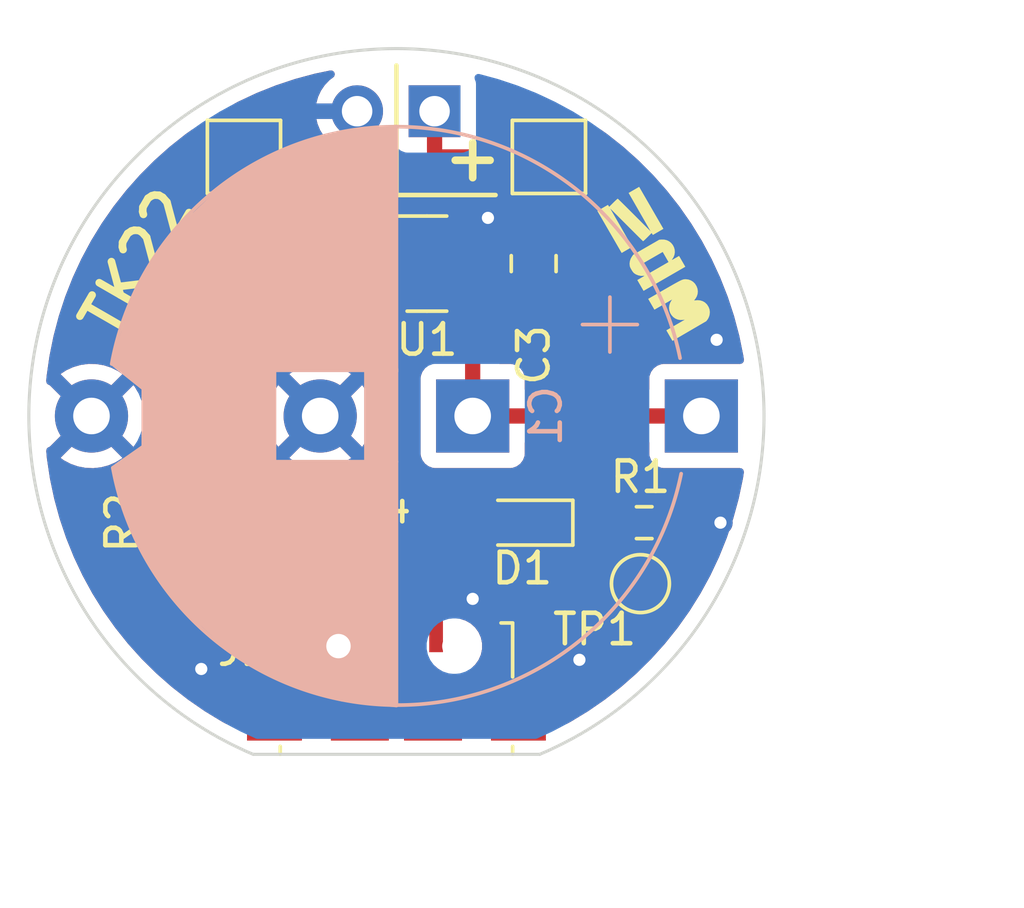
<source format=kicad_pcb>
(kicad_pcb (version 20211014) (generator pcbnew)
  (layers (0 "F.Cu" signal) (31 "B.Cu" signal) (34 "B.Paste" user) (35 "F.Paste" user) (36 "B.SilkS" user "B.Silkscreen") (37 "F.SilkS" user "F.Silkscreen") (38 "B.Mask" user) (39 "F.Mask" user) (44 "Edge.Cuts" user))
  (net 0 "")
  (net 1 "GND")
  (net 2 "Net-(D1-Pad1)")
  (net 3 "Net-(D1-Pad2)")
  (net 4 "Net-(J1-Pad4)")
  (net 5 "Net-(Q1-Pad1)")
  (net 6 "/Vcap")
  (net 7 "/Vout")
  (net 8 "/Vbus")
  (net 9 "Net-(J1-Pad3)")
  (net 10 "Net-(J1-Pad2)")
  (footprint "Resistor_SMD:R_0603_1608Metric_Pad0.98x0.95mm_HandSolder" (layer "F.Cu") (at 149.5 114.5 180)
    (fp_text reference "R4" (at 0 1.5) (layer "F.SilkS"))
    (fp_text value "NA")
    (fp_line (start -0.254724 0.5225) (end 0.254724 0.5225) (layer "F.SilkS") (width 0.12))
    (fp_line (start -0.254724 -0.5225) (end 0.254724 -0.5225) (layer "F.SilkS") (width 0.12))
    (pad "1" smd roundrect (at -0.9125 0 180) (size 0.975 0.95) (layers "F.Cu" "F.Paste" "F.Mask") (net 9 "Net-(J1-Pad3)"))
    (pad "2" smd roundrect (at 0.9125 0 180) (size 0.975 0.95) (layers "F.Cu" "F.Paste" "F.Mask") (net 10 "Net-(J1-Pad2)"))
  )
  (footprint "Resistor_SMD:R_0603_1608Metric_Pad0.98x0.95mm_HandSolder" (layer "F.Cu") (at 142.5 113.5 90)
    (fp_text reference "R2" (at 0 -1.5 90) (layer "F.SilkS"))
    (fp_text value "47")
    (fp_line (start -0.254724 0.5225) (end 0.254724 0.5225) (layer "F.SilkS") (width 0.12))
    (fp_line (start -0.254724 -0.5225) (end 0.254724 -0.5225) (layer "F.SilkS") (width 0.12))
    (pad "1" smd roundrect locked (at -0.9125 0 90) (size 0.975 0.95) (layers "F.Cu" "F.Paste" "F.Mask") (net 8 "/Vbus"))
    (pad "2" smd roundrect locked (at 0.9125 0 90) (size 0.975 0.95) (layers "F.Cu" "F.Paste" "F.Mask") (net 6 "/Vcap"))
  )
  (footprint "TestPoint:TestPoint_Pad_2.0x2.0mm" (layer "F.Cu") (at 155 101.5)
    (property "Reference" "J3")
    (property "Value" "Conn_SMD_Plus")
    (fp_text reference "J3" hide)
    (fp_text value "Conn_SMD_Plus")
    (fp_line (start -1.2 -1.2) (end 1.2 -1.2) (layer "F.SilkS") (width 0.12))
    (fp_line (start 1.2 1.2) (end -1.2 1.2) (layer "F.SilkS") (width 0.12))
    (fp_line (start -1.2 1.2) (end -1.2 -1.2) (layer "F.SilkS") (width 0.12))
    (fp_line (start 1.2 -1.2) (end 1.2 1.2) (layer "F.SilkS") (width 0.12))
    (pad "1" smd rect (at 0 0) (size 2 2) (layers "F.Cu" "F.Mask") (net 7 "/Vout"))
  )
  (footprint "Connector_PinSocket_2.54mm:PinSocket_1x02_P2.54mm_Vertical" (layer "F.Cu") (at 151.25 100 -90)
    (fp_text reference "J2" hide)
    (fp_text value "Conn_THT")
    (pad "1" thru_hole rect (at 0 0 270) (size 1.7 1.7) (drill 1) (layers *.Cu *.Mask) (net 7 "/Vout"))
    (pad "2" thru_hole oval (at 0 2.54 270) (size 1.7 1.7) (drill 1) (layers *.Cu *.Mask) (net 1 "GND"))
  )
  (footprint "Resistor_SMD:R_0603_1608Metric_Pad0.98x0.95mm_HandSolder" (layer "F.Cu") (at 143.5 110.5 180)
    (fp_text reference "R3" (at 0 1.5) (layer "F.SilkS"))
    (fp_text value "1k")
    (fp_line (start -0.254724 0.5225) (end 0.254724 0.5225) (layer "F.SilkS") (width 0.12))
    (fp_line (start -0.254724 -0.5225) (end 0.254724 -0.5225) (layer "F.SilkS") (width 0.12))
    (pad "1" smd roundrect (at -0.9125 0 180) (size 0.975 0.95) (layers "F.Cu" "F.Paste" "F.Mask") (net 5 "Net-(Q1-Pad1)"))
    (pad "2" smd roundrect (at 0.9125 0 180) (size 0.975 0.95) (layers "F.Cu" "F.Paste" "F.Mask") (net 6 "/Vcap"))
  )
  (footprint "Resistor_SMD:R_0603_1608Metric_Pad0.98x0.95mm_HandSolder" (layer "F.Cu") (at 158.125 113.5)
    (fp_text reference "R1" (at -0.125 -1.5) (layer "F.SilkS"))
    (fp_text value "470")
    (fp_line (start -0.254724 -0.5225) (end 0.254724 -0.5225) (layer "F.SilkS") (width 0.12))
    (fp_line (start -0.254724 0.5225) (end 0.254724 0.5225) (layer "F.SilkS") (width 0.12))
    (pad "1" smd roundrect locked (at -0.9125 0) (size 0.975 0.95) (layers "F.Cu" "F.Paste" "F.Mask") (net 2 "Net-(D1-Pad1)"))
    (pad "2" smd roundrect locked (at 0.9125 0) (size 0.975 0.95) (layers "F.Cu" "F.Paste" "F.Mask") (net 1 "GND"))
  )
  (footprint "TestPoint:TestPoint_Pad_D1.5mm" (layer "F.Cu") (at 158 115.5)
    (fp_text reference "TP1" (at -1.5 1.5) (layer "F.SilkS"))
    (fp_text value "TestPoint")
    (fp_circle (center 0 0) (end 0 0.95) (layer "F.SilkS") (width 0.12) (fill none))
    (pad "1" smd circle (at 0 0) (size 1.5 1.5) (layers "F.Cu" "F.Mask") (net 4 "Net-(J1-Pad4)"))
  )
  (footprint "TestPoint:TestPoint_Pad_2.0x2.0mm" (layer "F.Cu") (at 145 101.5)
    (fp_text reference "J4" hide)
    (fp_text value "Conn_SMD_Minus")
    (fp_line (start 1.2 -1.2) (end 1.2 1.2) (layer "F.SilkS") (width 0.12))
    (fp_line (start -1.2 -1.2) (end 1.2 -1.2) (layer "F.SilkS") (width 0.12))
    (fp_line (start 1.2 1.2) (end -1.2 1.2) (layer "F.SilkS") (width 0.12))
    (fp_line (start -1.2 1.2) (end -1.2 -1.2) (layer "F.SilkS") (width 0.12))
    (pad "1" smd rect (at 0 0) (size 2 2) (layers "F.Cu" "F.Mask") (net 1 "GND"))
  )
  (footprint "Package_TO_SOT_SMD:SOT-23" (layer "F.Cu") (at 151 105)
    (fp_text reference "U1" (at 0 2.5) (layer "F.SilkS"))
    (fp_text value "MCP1700-3002E_SOT23")
    (fp_line (start 0 -1.56) (end -1.675 -1.56) (layer "F.SilkS") (width 0.12))
    (fp_line (start 0 1.56) (end -0.65 1.56) (layer "F.SilkS") (width 0.12))
    (fp_line (start 0 1.56) (end 0.65 1.56) (layer "F.SilkS") (width 0.12))
    (fp_line (start 0 -1.56) (end 0.65 -1.56) (layer "F.SilkS") (width 0.12))
    (pad "1" smd roundrect locked (at -0.9375 -0.95) (size 1.475 0.6) (layers "F.Cu" "F.Paste" "F.Mask") (net 1 "GND"))
    (pad "2" smd roundrect locked (at -0.9375 0.95) (size 1.475 0.6) (layers "F.Cu" "F.Paste" "F.Mask") (net 7 "/Vout"))
    (pad "3" smd roundrect locked (at 0.9375 0) (size 1.475 0.6) (layers "F.Cu" "F.Paste" "F.Mask") (net 6 "/Vcap"))
  )
  (footprint "Capacitor_SMD:C_0805_2012Metric_Pad1.18x1.45mm_HandSolder" (layer "F.Cu") (at 147.5 105 90)
    (fp_text reference "C2" (at 0 -1.5 90) (layer "F.SilkS"))
    (fp_text value "1uF")
    (fp_line (start -0.261252 0.735) (end 0.261252 0.735) (layer "F.SilkS") (width 0.12))
    (fp_line (start -0.261252 -0.735) (end 0.261252 -0.735) (layer "F.SilkS") (width 0.12))
    (pad "1" smd roundrect locked (at -1.0375 0 90) (size 1.175 1.45) (layers "F.Cu" "F.Paste" "F.Mask") (roundrect_rratio 0.212766) (net 7 "/Vout"))
    (pad "2" smd roundrect locked (at 1.0375 0 90) (size 1.175 1.45) (layers "F.Cu" "F.Paste" "F.Mask") (roundrect_rratio 0.212766) (net 1 "GND"))
  )
  (footprint "Connector_USB:USB_Micro-B_MPE-GARRY_712-1-S-BS0" (layer "F.Cu") (at 150 118.5)
    (fp_text reference "J1" (at -5 -0.825 180) (layer "F.SilkS"))
    (fp_text value "USB_B_Micro")
    (fp_line (start -3.81 2.6) (end -3.81 2.34) (layer "F.SilkS") (width 0.12))
    (fp_line (start -3.81 -1.71) (end -3.43 -1.71) (layer "F.SilkS") (width 0.12))
    (fp_line (start 3.81 2.34) (end 3.81 2.6) (layer "F.SilkS") (width 0.12))
    (fp_line (start 3.81 -1.71) (end 3.81 0.06) (layer "F.SilkS") (width 0.12))
    (fp_line (start -3.81 0.06) (end -3.81 -1.71) (layer "F.SilkS") (width 0.12))
    (fp_line (start 3.81 -1.71) (end 3.43 -1.71) (layer "F.SilkS") (width 0.12))
    (pad "" np_thru_hole circle (at -1.9 -0.95) (size 0.8 0.8) (drill 0.8) (layers F&B.Cu *.Mask))
    (pad "" np_thru_hole circle (at 1.9 -0.95) (size 0.8 0.8) (drill 0.8) (layers F&B.Cu *.Mask))
    (pad "1" smd rect (at -1.3 -1.45) (size 0.45 1.4) (layers "F.Cu" "F.Paste" "F.Mask") (net 8 "/Vbus"))
    (pad "2" smd rect (at -0.65 -1.45) (size 0.45 1.4) (layers "F.Cu" "F.Paste" "F.Mask") (net 10 "Net-(J1-Pad2)"))
    (pad "3" smd rect (at 0 -1.45) (size 0.45 1.4) (layers "F.Cu" "F.Paste" "F.Mask") (net 9 "Net-(J1-Pad3)"))
    (pad "4" smd rect (at 0.65 -1.45) (size 0.45 1.4) (layers "F.Cu" "F.Paste" "F.Mask") (net 4 "Net-(J1-Pad4)"))
    (pad "5" smd rect (at 1.3 -1.45) (size 0.45 1.4) (layers "F.Cu" "F.Paste" "F.Mask") (net 1 "GND"))
    (pad "6" smd rect (at 1.2 1.2) (size 1.9 1.9) (layers "F.Cu" "F.Paste" "F.Mask") (net 1 "GND"))
    (pad "6" smd rect (at 4 1.2) (size 1.8 1.9) (layers "F.Cu" "F.Paste" "F.Mask") (net 1 "GND"))
    (pad "6" smd rect (at -1.2 1.2) (size 1.9 1.9) (layers "F.Cu" "F.Paste" "F.Mask") (net 1 "GND"))
    (pad "6" smd rect (at -4 1.2) (size 1.8 1.9) (layers "F.Cu" "F.Paste" "F.Mask") (net 1 "GND"))
  )
  (footprint "Capacitor_SMD:C_0805_2012Metric_Pad1.18x1.45mm_HandSolder" (layer "F.Cu") (at 154.5 105 90)
    (fp_text reference "C3" (at -3 0 90) (layer "F.SilkS"))
    (fp_text value "1uF")
    (fp_line (start -0.261252 -0.735) (end 0.261252 -0.735) (layer "F.SilkS") (width 0.12))
    (fp_line (start -0.261252 0.735) (end 0.261252 0.735) (layer "F.SilkS") (width 0.12))
    (pad "1" smd roundrect (at -1.0375 0 90) (size 1.175 1.45) (layers "F.Cu" "F.Paste" "F.Mask") (roundrect_rratio 0.212766) (net 6 "/Vcap"))
    (pad "2" smd roundrect (at 1.0375 0 90) (size 1.175 1.45) (layers "F.Cu" "F.Paste" "F.Mask") (roundrect_rratio 0.212766) (net 1 "GND"))
  )
  (footprint "Symbol:ZAM-Logo-5x2.5mm" (layer "F.Cu") (at 158.5 105 -60)
    (fp_text reference "G***" hide)
    (fp_text value "LOGO" hide)
    (fp_poly (pts (xy 2.186789 -0.778168) (xy 2.265585 -0.74527) (xy 2.336613 -0.694606) (xy 2.367318 -0.664473) (xy 2.405152 -0.617716) (xy 2.434809 -0.569569) (xy 2.443921 -0.549857) (xy 2.46673 -0.493346) (xy 2.469443 0.148981) (xy 2.472155 0.791308) (xy 2.071077 0.791308) (xy 2.070613 0.092808) (xy 2.048078 0.147589) (xy 2.005503 0.227394) (xy 1.950001 0.293144) (xy 1.883133 0.343893) (xy 1.806464 0.378692) (xy 1.721555 0.396592) (xy 1.636553 0.397241) (xy 1.555508 0.380966) (xy 1.479327 0.347382) (xy 1.411091 0.298637) (xy 1.353882 0.236881) (xy 1.314838 0.172926) (xy 1.290252 0.122115) (xy 1.289895 0.456712) (xy 1.289538 0.791308) (xy 0.87923 0.791308) (xy 0.8794 0.188058) (xy 0.879487 0.054831) (xy 0.879747 -0.060402) (xy 0.880298 -0.15919) (xy 0.881259 -0.243078) (xy 0.882748 -0.313611) (xy 0.884885 -0.372337) (xy 0.887788 -0.4208) (xy 0.891575 -0.460548) (xy 0.896365 -0.493125) (xy 0.902277 -0.52008) (xy 0.909429 -0.542956) (xy 0.917939 -0.563301) (xy 0.927928 -0.58266) (xy 0.939512 -0.60258) (xy 0.940137 -0.603622) (xy 0.991183 -0.670699) (xy 1.054789 -0.725005) (xy 1.127807 -0.764476) (xy 1.207086 -0.787051) (xy 1.223857 -0.789409) (xy 1.317193 -0.791426) (xy 1.403615 -0.775714) (xy 1.481709 -0.743139) (xy 1.550062 -0.694569) (xy 1.607261 -0.63087) (xy 1.651893 -0.55291) (xy 1.665776 -0.518303) (xy 1.674258 -0.497168) (xy 1.679875 -0.49272) (xy 1.685277 -0.502904) (xy 1.685355 -0.503115) (xy 1.726009 -0.590992) (xy 1.777869 -0.664049) (xy 1.840082 -0.721531) (xy 1.911792 -0.762682) (xy 1.992145 -0.786749) (xy 2.009327 -0.789466) (xy 2.101083 -0.793)) (layer "F.SilkS") (width 0) (fill solid))
    (fp_poly (pts (xy -0.859693 -0.391893) (xy -0.89707 -0.388889) (xy -0.934448 -0.385885) (xy -0.884061 -0.200269) (xy -0.864393 -0.12554) (xy -0.850963 -0.069225) (xy -0.843753 -0.031231) (xy -0.842742 -0.011462) (xy -0.844241 -0.008522) (xy -0.85515 -0.005083) (xy -0.883473 0.002979) (xy -0.92774 0.015267) (xy -0.986485 0.031381) (xy -1.058239 0.050922) (xy -1.141532 0.073494) (xy -1.234898 0.098695) (xy -1.336867 0.126129) (xy -1.445972 0.155396) (xy -1.560743 0.186097) (xy -1.581898 0.191747) (xy -2.308989 0.385885) (xy -1.584341 0.38839) (xy -0.859693 0.390894) (xy -0.859693 0.791308) (xy -2.452077 0.791308) (xy -2.452077 0.391893) (xy -2.376595 0.385885) (xy -2.42575 0.202402) (xy -2.442241 0.138751) (xy -2.454888 0.085568) (xy -2.463237 0.045018) (xy -2.466837 0.019262) (xy -2.465933 0.010708) (xy -2.455281 0.00694) (xy -2.427207 -0.001434) (xy -2.383177 -0.014012) (xy -2.324653 -0.030391) (xy -2.253101 -0.050169) (xy -2.169985 -0.072942) (xy -2.076769 -0.098309) (xy -1.974917 -0.125868) (xy -1.865894 -0.155215) (xy -1.751163 -0.185947) (xy -1.729648 -0.191695) (xy -1.002333 -0.385885) (xy -1.727205 -0.388389) (xy -2.452077 -0.390894) (xy -2.452077 -0.791308) (xy -0.859693 -0.791308)) (layer "F.SilkS") (width 0) (fill solid))
    (fp_poly (pts (xy -0.164271 -0.78958) (xy -0.081493 -0.768729) (xy -0.006075 -0.730834) (xy 0.059657 -0.677731) (xy 0.113377 -0.611255) (xy 0.149256 -0.542192) (xy 0.155364 -0.527695) (xy 0.159667 -0.52082) (xy 0.162494 -0.5237) (xy 0.164177 -0.538465) (xy 0.165047 -0.567245) (xy 0.165436 -0.612173) (xy 0.165573 -0.647211) (xy 0.166077 -0.791308) (xy 0.576384 -0.791308) (xy 0.576384 0.791308) (xy 0.166077 0.791308) (xy 0.165573 0.647212) (xy 0.165314 0.591731) (xy 0.164769 0.553657) (xy 0.163606 0.53086) (xy 0.161496 0.521209) (xy 0.158106 0.522571) (xy 0.153106 0.532818) (xy 0.149256 0.542192) (xy 0.108982 0.617045) (xy 0.053735 0.682857) (xy -0.012998 0.735945) (xy -0.057443 0.760319) (xy -0.088306 0.772996) (xy -0.118699 0.78108) (xy -0.155055 0.785754) (xy -0.203805 0.788201) (xy -0.210039 0.78838) (xy -0.274981 0.788024) (xy -0.325231 0.783174) (xy -0.348898 0.777664) (xy -0.426857 0.742245) (xy -0.495068 0.690449) (xy -0.5521 0.623581) (xy -0.589432 0.558601) (xy -0.620347 0.493346) (xy -0.620347 0.390769) (xy -0.214923 0.390769) (xy 0.166077 0.390769) (xy 0.166077 -0.390769) (xy -0.214923 -0.390769) (xy -0.214923 0.390769) (xy -0.620347 0.390769) (xy -0.620347 -0.493346) (xy -0.589232 -0.559028) (xy -0.542399 -0.636758) (xy -0.483285 -0.699982) (xy -0.413638 -0.747749) (xy -0.335207 -0.779111) (xy -0.249741 -0.79312)) (layer "F.SilkS") (width 0) (fill solid))
  )
  (footprint "Package_TO_SOT_SMD:SOT-23" (layer "F.Cu") (at 145.5 113.5)
    (property "Reference" "Q1")
    (property "Value" "BC859")
    (fp_text reference "Q1" (at -1 2.5) (layer "F.SilkS"))
    (fp_text value "BC859")
    (fp_line (start 0 -1.56) (end 0.65 -1.56) (layer "F.SilkS") (width 0.12))
    (fp_line (start 0 -1.56) (end -1.675 -1.56) (layer "F.SilkS") (width 0.12))
    (fp_line (start 0 1.56) (end 0.65 1.56) (layer "F.SilkS") (width 0.12))
    (fp_line (start 0 1.56) (end -0.65 1.56) (layer "F.SilkS") (width 0.12))
    (pad "1" smd roundrect locked (at -0.9375 -0.95) (size 1.475 0.6) (layers "F.Cu" "F.Paste" "F.Mask") (net 5 "Net-(Q1-Pad1)"))
    (pad "2" smd roundrect locked (at -0.9375 0.95) (size 1.475 0.6) (layers "F.Cu" "F.Paste" "F.Mask") (net 8 "/Vbus"))
    (pad "3" smd roundrect locked (at 0.9375 0) (size 1.475 0.6) (layers "F.Cu" "F.Paste" "F.Mask") (net 3 "Net-(D1-Pad2)"))
  )
  (footprint "LED_SMD:LED_0603_1608Metric_Pad1.05x0.95mm_HandSolder" (layer "F.Cu") (at 154.125 113.5 180)
    (fp_text reference "D1" (at 0 -1.5) (layer "F.SilkS"))
    (fp_text value "LED")
    (fp_line (start -1.66 0.735) (end 0.8 0.735) (layer "F.SilkS") (width 0.12))
    (fp_line (start -1.66 -0.735) (end -1.66 0.735) (layer "F.SilkS") (width 0.12))
    (fp_line (start 0.8 -0.735) (end -1.66 -0.735) (layer "F.SilkS") (width 0.12))
    (pad "1" smd roundrect locked (at -0.875 0 180) (size 1.05 0.95) (layers "F.Cu" "F.Paste" "F.Mask") (net 2 "Net-(D1-Pad1)"))
    (pad "2" smd roundrect locked (at 0.875 0 180) (size 1.05 0.95) (layers "F.Cu" "F.Paste" "F.Mask") (net 3 "Net-(D1-Pad2)"))
  )
  (footprint "Capacitor_THT:CP_Radial_D19.0mm_P20.00mm_P5.00mm" (layer "B.Cu") (at 150 110 180)
    (fp_text reference "C1" (at -4.9 0 90) (layer "B.SilkS") (effects (justify mirror)))
    (fp_text value "1F/5.5V")
    (fp_line (start -7 3.9) (end -7 2.1) (layer "B.SilkS") (width 0.12))
    (fp_line (start -7.9 3) (end -6.1 3) (layer "B.SilkS") (width 0.12))
    (fp_rect (start 0 1.5) (end 1 -1.5) (layer "B.SilkS") (width 0.12) (fill solid))
    (fp_arc (start 9.337382 1.706833) (mid 0.098376 9.491591) (end -9.299999 1.9) (layer "B.SilkS") (width 0.12))
    (fp_arc (start -9.337381 -1.893167) (mid 0.060994 -9.484758) (end 9.3 -1.7) (layer "B.SilkS") (width 0.12))
    (fp_poly (pts (xy 1.8 9.3) (xy 4 8.6) (xy 5.6 7.6) (xy 7.4 5.9) (xy 8.6 3.9) (xy 9.3 1.7) (xy 8.3 0.9) (xy 8.3 -1) (xy 9.3 -1.7) (xy 8.6 -3.9) (xy 7.2 -6.1) (xy 5.3 -7.8) (xy 3.7 -8.7) (xy 1.8 -9.3) (xy 0 -9.5) (xy 0 -1.5) (xy 4 -1.5) (xy 4 1.5) (xy 0 1.5) (xy 0 9.5)) (layer "B.SilkS") (width 0.12) (fill solid))
    (pad "1" thru_hole rect (at -10 0 180) (size 2.4 2.4) (drill 1.2) (layers *.Cu *.Mask) (net 6 "/Vcap"))
    (pad "1" thru_hole rect (at -2.5 0 180) (size 2.4 2.4) (drill 1.2) (layers *.Cu *.Mask) (net 6 "/Vcap"))
    (pad "2" thru_hole circle (at 2.5 0 180) (size 2.4 2.4) (drill 1.2) (layers *.Cu *.Mask) (net 1 "GND"))
    (pad "2" thru_hole circle (at 10 0 180) (size 2.4 2.4) (drill 1.2) (layers *.Cu *.Mask) (net 1 "GND"))
  )
  (gr_line (start 149.75 102.75) (end 146.75 102.75) (layer "F.SilkS") (width 0.15))
  (gr_line (start 150 98.5) (end 150 102.75) (layer "F.SilkS") (width 0.15))
  (gr_line (start 149.75 102.75) (end 153.25 102.75) (layer "F.SilkS") (width 0.15))
  (gr_arc (start 145.3 121.099999) (mid 150 97.945956) (end 154.7 121.099999) (layer "Edge.Cuts") (width 0.1))
  (gr_line (start 145.3 121.1) (end 154.7 121.1) (layer "Edge.Cuts") (width 0.1))
  (gr_text "+" (at 152.5 101.5) (layer "F.SilkS") (effects (font (size 1.5 1.5) (thickness 0.25))))
  (gr_text "TK22" (at 141.5 105 60) (layer "F.SilkS") (effects (font (size 1.4 1.4) (thickness 0.25))))
  (gr_text "-" (at 147.5 101.5) (layer "F.SilkS") (effects (font (size 1.5 1.5) (thickness 0.25))))
  (segment (start 147.5 103.9625) (end 149.975 103.9625) (width 0.3) (layer "F.Cu") (net 1))
  (segment (start 152.5 116) (end 153 116) (width 0.3) (layer "F.Cu") (net 1))
  (segment (start 151.3 116.2) (end 151.5 116) (width 0.3) (layer "F.Cu") (net 1))
  (segment (start 149.975 103.9625) (end 150.0625 104.05) (width 0.3) (layer "F.Cu") (net 1))
  (segment (start 153 116) (end 154 117) (width 0.3) (layer "F.Cu") (net 1))
  (segment (start 151.284652 117.034653) (end 151.3 117.019305) (width 0.3) (layer "F.Cu") (net 1))
  (segment (start 154 117) (end 154 119.7) (width 0.3) (layer "F.Cu") (net 1))
  (segment (start 151.3 117.019305) (end 151.3 116.2) (width 0.3) (layer "F.Cu") (net 1))
  (segment (start 151.5 116) (end 152.5 116) (width 0.3) (layer "F.Cu") (net 1))
  (via (at 156 118) (size 0.8) (drill 0.4) (layers "F.Cu" "B.Cu") (net 1))
  (via (at 153 103.5) (size 0.8) (drill 0.4) (layers "F.Cu" "B.Cu") (net 1))
  (via (at 152.5 116) (size 0.8) (drill 0.4) (layers "F.Cu" "B.Cu") (net 1))
  (via (at 160.5 107.5) (size 0.8) (drill 0.4) (layers "F.Cu" "B.Cu") (net 1))
  (via (at 160.625 113.5) (size 0.8) (drill 0.4) (layers "F.Cu" "B.Cu") (net 1))
  (via (at 143.6 118.3) (size 0.8) (drill 0.4) (layers "F.Cu" "B.Cu") (net 1))
  (segment (start 155 113.5) (end 157.2125 113.5) (width 0.3) (layer "F.Cu") (net 2))
  (segment (start 147.5 113.5) (end 148 113) (width 0.3) (layer "F.Cu") (net 3))
  (segment (start 152.5 113.5) (end 153.25 113.5) (width 0.3) (layer "F.Cu") (net 3))
  (segment (start 152 113) (end 152.5 113.5) (width 0.3) (layer "F.Cu") (net 3))
  (segment (start 148 113) (end 152 113) (width 0.3) (layer "F.Cu") (net 3))
  (segment (start 146.4375 113.5) (end 147.5 113.5) (width 0.3) (layer "F.Cu") (net 3))
  (segment (start 150.65 117.05) (end 150.65 115.85) (width 0.3) (layer "F.Cu") (net 4))
  (segment (start 151.5 115) (end 157.5 115) (width 0.3) (layer "F.Cu") (net 4))
  (segment (start 157.5 115) (end 158 115.5) (width 0.3) (layer "F.Cu") (net 4))
  (segment (start 150.65 115.85) (end 151.5 115) (width 0.3) (layer "F.Cu") (net 4))
  (segment (start 144.5625 112.55) (end 144.5625 110.65) (width 0.3) (layer "F.Cu") (net 5))
  (segment (start 144.5625 110.65) (end 144.4125 110.5) (width 0.3) (layer "F.Cu") (net 5))
  (segment (start 142.5 108.5) (end 142.5 110.4125) (width 0.5) (layer "F.Cu") (net 6))
  (segment (start 152.5 110) (end 152.5 107.5) (width 0.5) (layer "F.Cu") (net 6))
  (segment (start 153.4625 105) (end 153 105) (width 0.5) (layer "F.Cu") (net 6))
  (segment (start 153 105) (end 151.9375 105) (width 0.5) (layer "F.Cu") (net 6))
  (segment (start 152.5 106.5) (end 153 106) (width 0.5) (layer "F.Cu") (net 6))
  (segment (start 160 110) (end 152.5 110) (width 0.5) (layer "F.Cu") (net 6))
  (segment (start 154.5 106.0375) (end 153.4625 105) (width 0.5) (layer "F.Cu") (net 6))
  (segment (start 152.5 107.5) (end 152.5 106.5) (width 0.5) (layer "F.Cu") (net 6))
  (segment (start 142.5 110.4125) (end 142.5875 110.5) (width 0.5) (layer "F.Cu") (net 6))
  (segment (start 142.5 110.5875) (end 142.5875 110.5) (width 0.5) (layer "F.Cu") (net 6))
  (segment (start 143.5 107.5) (end 142.5 108.5) (width 0.5) (layer "F.Cu") (net 6))
  (segment (start 153 106) (end 153 105) (width 0.5) (layer "F.Cu") (net 6))
  (segment (start 152.5 107.5) (end 143.5 107.5) (width 0.5) (layer "F.Cu") (net 6))
  (segment (start 142.5 112.5875) (end 142.5 110.5875) (width 0.5) (layer "F.Cu") (net 6))
  (segment (start 147.5875 105.95) (end 147.5 106.0375) (width 0.5) (layer "F.Cu") (net 7))
  (segment (start 150.0625 105.95) (end 147.5875 105.95) (width 0.5) (layer "F.Cu") (net 7))
  (segment (start 150.75 102) (end 151.25 101.5) (width 0.5) (layer "F.Cu") (net 7))
  (segment (start 145.5 105.5) (end 145.5 104) (width 0.5) (layer "F.Cu") (net 7))
  (segment (start 146.0375 106.0375) (end 145.5 105.5) (width 0.5) (layer "F.Cu") (net 7))
  (segment (start 151.25 101.5) (end 151.25 100) (width 0.5) (layer "F.Cu") (net 7))
  (segment (start 147.5 106.0375) (end 146.0375 106.0375) (width 0.5) (layer "F.Cu") (net 7))
  (segment (start 151.25 101.5) (end 155 101.5) (width 0.5) (layer "F.Cu") (net 7))
  (segment (start 145.5 104) (end 147.5 102) (width 0.5) (layer "F.Cu") (net 7))
  (segment (start 147.5 102) (end 150.75 102) (width 0.5) (layer "F.Cu") (net 7))
  (segment (start 148.775489 116.5) (end 148.775489 116.974511) (width 0.3) (layer "F.Cu") (net 8))
  (segment (start 148.715347 115.715347) (end 148.5 115.5) (width 0.3) (layer "F.Cu") (net 8))
  (segment (start 144.525 114.4125) (end 144.5625 114.45) (width 0.5) (layer "F.Cu") (net 8))
  (segment (start 148.775489 116.974511) (end 148.715347 117.034653) (width 0.3) (layer "F.Cu") (net 8))
  (segment (start 148.715347 117.034653) (end 148.775489 116.5) (width 0.3) (layer "F.Cu") (net 8))
  (segment (start 145.95 114.45) (end 147 115.5) (width 0.5) (layer "F.Cu") (net 8))
  (segment (start 144.5625 114.45) (end 145.95 114.45) (width 0.5) (layer "F.Cu") (net 8))
  (segment (start 142.5 114.4125) (end 144.525 114.4125) (width 0.5) (layer "F.Cu") (net 8))
  (segment (start 147 115.5) (end 148.5 115.5) (width 0.5) (layer "F.Cu") (net 8))
  (segment (start 148.715347 117.034653) (end 148.715347 115.715347) (width 0.3) (layer "F.Cu") (net 8))
  (segment (start 150 114.9125) (end 150.4125 114.5) (width 0.3) (layer "F.Cu") (net 9))
  (segment (start 150 117.05) (end 150 114.9125) (width 0.3) (layer "F.Cu") (net 9))
  (segment (start 149.35 115.2625) (end 148.5875 114.5) (width 0.3) (layer "F.Cu") (net 10))
  (segment (start 149.35 117.05) (end 149.35 115.2625) (width 0.3) (layer "F.Cu") (net 10))
  (zone (net 1) (net_name "GND") (layer "F.Cu") (connect_pads (clearance 0.508)) (min_thickness 0.254) (fill yes (thermal_gap 0.508) (thermal_bridge_width 0.508))
    (polygon (pts (xy 163 123) (xy 137 123) (xy 137 97) (xy 163 97)))
  )
  (zone (net 1) (net_name "GND") (layer "B.Cu") (connect_pads (clearance 0.508)) (min_thickness 0.254) (fill yes (thermal_gap 0.508) (thermal_bridge_width 0.508))
    (polygon (pts (xy 162 122) (xy 138 122) (xy 138 98) (xy 162 98)))
  )
)
</source>
